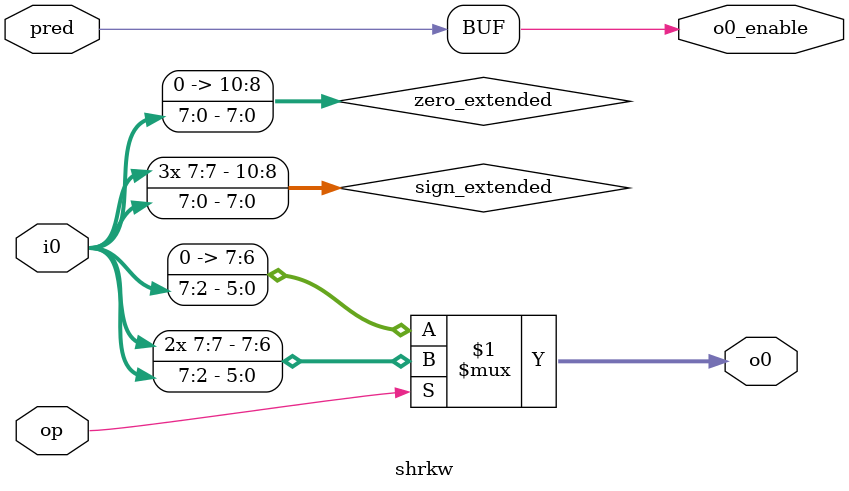
<source format=v>

`timescale 1 ns / 10 ps

module shrkw (op, pred, i0, o0_enable, o0);

   // synopsys template
   parameter width     = 8;
   parameter shiftbits = 2;

   // 0in assert -var (shiftbits <= width)

   input                     op;      // 0 Logical shift, 1 Arithmetic shift
   wire                      op;

   input                     pred;
   wire                      pred;

   input         [width-1:0] i0;
   wire          [width-1:0] i0;


   output                    o0_enable;
   wire                      o0_enable;

   output        [width-1:0] o0;
   wire          [width-1:0] o0;


   assign o0_enable = pred;

   //assign o0 = op ? ($signed(i0) >>> shiftbits) : (i0 >> shiftbits);

   // add extra bits so that even shiftbits == 0 will work.
   wire [shiftbits+width:0] sign_extended, zero_extended;
   assign sign_extended = {{(shiftbits+1){i0[width-1]}}, i0};
   assign zero_extended = {{(shiftbits+1){1'b0}}, i0};

   assign o0 = op ? sign_extended[shiftbits+width-1 : shiftbits] :
                    zero_extended[shiftbits+width-1 : shiftbits];


endmodule

</source>
